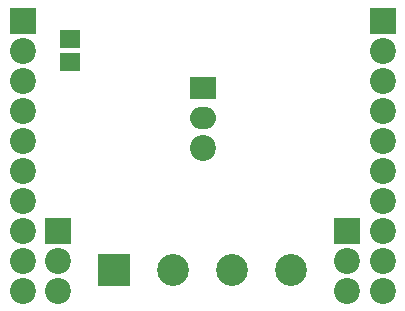
<source format=gbr>
G04 DipTrace 3.1.0.1*
G04 Íèæíÿÿìàñêà.gbr*
%MOIN*%
G04 #@! TF.FileFunction,Soldermask,Bot*
G04 #@! TF.Part,Single*
%ADD37R,0.086614X0.086614*%
%ADD39C,0.086614*%
%ADD41O,0.086614X0.074803*%
%ADD43R,0.086614X0.074803*%
%ADD45C,0.106299*%
%ADD47R,0.106299X0.106299*%
%ADD49R,0.066929X0.059055*%
%FSLAX26Y26*%
G04*
G70*
G90*
G75*
G01*
G04 BotMask*
%LPD*%
D49*
X218773Y-125115D3*
Y-199919D3*
D47*
X367224Y-893755D3*
D45*
X564075D3*
X760925D3*
X957776D3*
D43*
X662570Y-287541D3*
D41*
Y-387541D3*
D39*
Y-487541D3*
D37*
X1143748Y-762500D3*
D39*
Y-862500D3*
Y-962500D3*
D37*
X181252Y-762500D3*
D39*
Y-862500D3*
Y-962500D3*
D37*
X62500Y-62500D3*
D39*
Y-162500D3*
Y-262500D3*
Y-362500D3*
Y-462500D3*
Y-562500D3*
Y-662500D3*
Y-762500D3*
Y-862500D3*
Y-962500D3*
D37*
X1262500Y-62500D3*
D39*
Y-162500D3*
Y-262500D3*
Y-362500D3*
Y-462500D3*
Y-562500D3*
Y-662500D3*
Y-762500D3*
Y-862500D3*
Y-962500D3*
M02*

</source>
